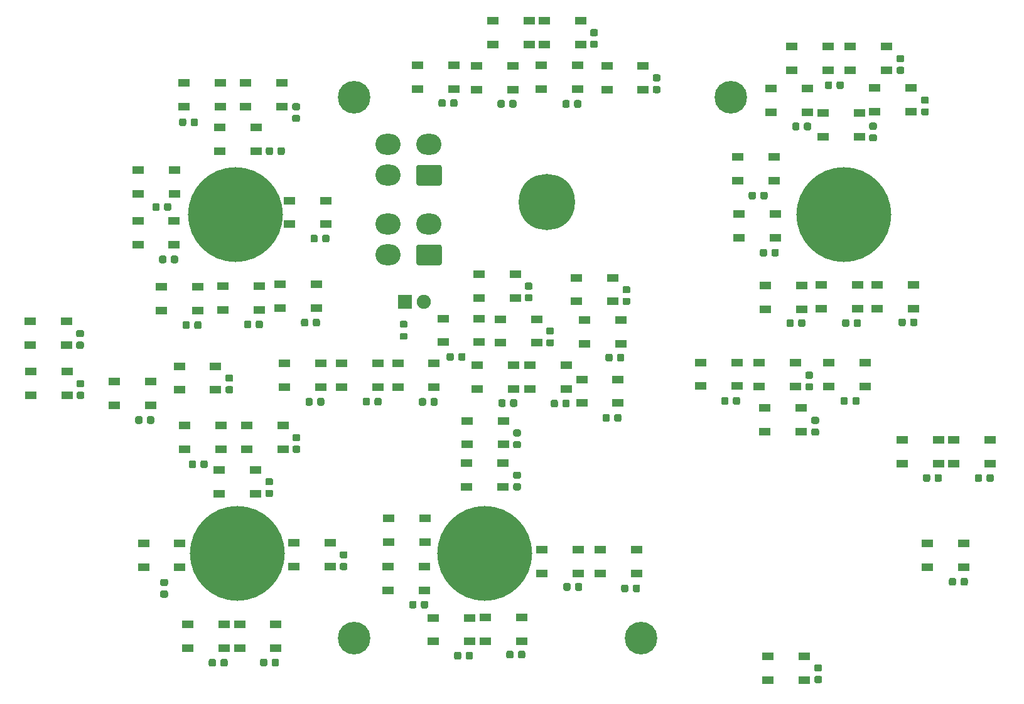
<source format=gbr>
G04 #@! TF.GenerationSoftware,KiCad,Pcbnew,(5.1.6)-1*
G04 #@! TF.CreationDate,2021-02-10T21:53:07+11:00*
G04 #@! TF.ProjectId,ECS Panel PCB V2,45435320-5061-46e6-956c-205043422056,rev?*
G04 #@! TF.SameCoordinates,Original*
G04 #@! TF.FileFunction,Soldermask,Top*
G04 #@! TF.FilePolarity,Negative*
%FSLAX46Y46*%
G04 Gerber Fmt 4.6, Leading zero omitted, Abs format (unit mm)*
G04 Created by KiCad (PCBNEW (5.1.6)-1) date 2021-02-10 21:53:07*
%MOMM*%
%LPD*%
G01*
G04 APERTURE LIST*
%ADD10C,7.600000*%
%ADD11C,4.400000*%
%ADD12C,12.800000*%
%ADD13R,1.600000X1.100000*%
%ADD14O,3.400000X2.800000*%
%ADD15C,1.900000*%
%ADD16R,1.900000X1.900000*%
G04 APERTURE END LIST*
D10*
G04 #@! TO.C,REF\u002A\u002A*
X93275000Y-92850000D03*
X93275000Y-92850000D03*
G04 #@! TD*
D11*
G04 #@! TO.C,REF\u002A\u002A*
X67310000Y-151739600D03*
G04 #@! TD*
G04 #@! TO.C,REF\u002A\u002A*
X106045000Y-151739600D03*
G04 #@! TD*
G04 #@! TO.C,REF\u002A\u002A*
X118110000Y-78714600D03*
G04 #@! TD*
G04 #@! TO.C,REF\u002A\u002A*
X67310000Y-78714600D03*
G04 #@! TD*
D12*
G04 #@! TO.C,REF\u002A\u002A*
X84899499Y-140309600D03*
G04 #@! TD*
G04 #@! TO.C,5*
X51562000Y-140309600D03*
G04 #@! TD*
G04 #@! TO.C,3*
X133350000Y-94589600D03*
X133350000Y-94589600D03*
G04 #@! TD*
G04 #@! TO.C,1*
X51308000Y-94589600D03*
X51308000Y-94589600D03*
G04 #@! TD*
D13*
G04 #@! TO.C,D8*
X49213600Y-82804200D03*
X49213600Y-86004200D03*
X54113600Y-82804200D03*
X54113600Y-86004200D03*
G04 #@! TD*
G04 #@! TO.C,C62*
G36*
G01*
X89018750Y-130812000D02*
X89581250Y-130812000D01*
G75*
G02*
X89825000Y-131055750I0J-243750D01*
G01*
X89825000Y-131543250D01*
G75*
G02*
X89581250Y-131787000I-243750J0D01*
G01*
X89018750Y-131787000D01*
G75*
G02*
X88775000Y-131543250I0J243750D01*
G01*
X88775000Y-131055750D01*
G75*
G02*
X89018750Y-130812000I243750J0D01*
G01*
G37*
G36*
G01*
X89018750Y-129237000D02*
X89581250Y-129237000D01*
G75*
G02*
X89825000Y-129480750I0J-243750D01*
G01*
X89825000Y-129968250D01*
G75*
G02*
X89581250Y-130212000I-243750J0D01*
G01*
X89018750Y-130212000D01*
G75*
G02*
X88775000Y-129968250I0J243750D01*
G01*
X88775000Y-129480750D01*
G75*
G02*
X89018750Y-129237000I243750J0D01*
G01*
G37*
G04 #@! TD*
G04 #@! TO.C,C61*
G36*
G01*
X89018750Y-125112000D02*
X89581250Y-125112000D01*
G75*
G02*
X89825000Y-125355750I0J-243750D01*
G01*
X89825000Y-125843250D01*
G75*
G02*
X89581250Y-126087000I-243750J0D01*
G01*
X89018750Y-126087000D01*
G75*
G02*
X88775000Y-125843250I0J243750D01*
G01*
X88775000Y-125355750D01*
G75*
G02*
X89018750Y-125112000I243750J0D01*
G01*
G37*
G36*
G01*
X89018750Y-123537000D02*
X89581250Y-123537000D01*
G75*
G02*
X89825000Y-123780750I0J-243750D01*
G01*
X89825000Y-124268250D01*
G75*
G02*
X89581250Y-124512000I-243750J0D01*
G01*
X89018750Y-124512000D01*
G75*
G02*
X88775000Y-124268250I0J243750D01*
G01*
X88775000Y-123780750D01*
G75*
G02*
X89018750Y-123537000I243750J0D01*
G01*
G37*
G04 #@! TD*
G04 #@! TO.C,C60*
G36*
G01*
X56212500Y-155281250D02*
X56212500Y-154718750D01*
G75*
G02*
X56456250Y-154475000I243750J0D01*
G01*
X56943750Y-154475000D01*
G75*
G02*
X57187500Y-154718750I0J-243750D01*
G01*
X57187500Y-155281250D01*
G75*
G02*
X56943750Y-155525000I-243750J0D01*
G01*
X56456250Y-155525000D01*
G75*
G02*
X56212500Y-155281250I0J243750D01*
G01*
G37*
G36*
G01*
X54637500Y-155281250D02*
X54637500Y-154718750D01*
G75*
G02*
X54881250Y-154475000I243750J0D01*
G01*
X55368750Y-154475000D01*
G75*
G02*
X55612500Y-154718750I0J-243750D01*
G01*
X55612500Y-155281250D01*
G75*
G02*
X55368750Y-155525000I-243750J0D01*
G01*
X54881250Y-155525000D01*
G75*
G02*
X54637500Y-155281250I0J243750D01*
G01*
G37*
G04 #@! TD*
G04 #@! TO.C,C59*
G36*
G01*
X123612000Y-99981250D02*
X123612000Y-99418750D01*
G75*
G02*
X123855750Y-99175000I243750J0D01*
G01*
X124343250Y-99175000D01*
G75*
G02*
X124587000Y-99418750I0J-243750D01*
G01*
X124587000Y-99981250D01*
G75*
G02*
X124343250Y-100225000I-243750J0D01*
G01*
X123855750Y-100225000D01*
G75*
G02*
X123612000Y-99981250I0J243750D01*
G01*
G37*
G36*
G01*
X122037000Y-99981250D02*
X122037000Y-99418750D01*
G75*
G02*
X122280750Y-99175000I243750J0D01*
G01*
X122768250Y-99175000D01*
G75*
G02*
X123012000Y-99418750I0J-243750D01*
G01*
X123012000Y-99981250D01*
G75*
G02*
X122768250Y-100225000I-243750J0D01*
G01*
X122280750Y-100225000D01*
G75*
G02*
X122037000Y-99981250I0J243750D01*
G01*
G37*
G04 #@! TD*
G04 #@! TO.C,C58*
G36*
G01*
X134712000Y-109481250D02*
X134712000Y-108918750D01*
G75*
G02*
X134955750Y-108675000I243750J0D01*
G01*
X135443250Y-108675000D01*
G75*
G02*
X135687000Y-108918750I0J-243750D01*
G01*
X135687000Y-109481250D01*
G75*
G02*
X135443250Y-109725000I-243750J0D01*
G01*
X134955750Y-109725000D01*
G75*
G02*
X134712000Y-109481250I0J243750D01*
G01*
G37*
G36*
G01*
X133137000Y-109481250D02*
X133137000Y-108918750D01*
G75*
G02*
X133380750Y-108675000I243750J0D01*
G01*
X133868250Y-108675000D01*
G75*
G02*
X134112000Y-108918750I0J-243750D01*
G01*
X134112000Y-109481250D01*
G75*
G02*
X133868250Y-109725000I-243750J0D01*
G01*
X133380750Y-109725000D01*
G75*
G02*
X133137000Y-109481250I0J243750D01*
G01*
G37*
G04 #@! TD*
G04 #@! TO.C,C57*
G36*
G01*
X142312000Y-109381250D02*
X142312000Y-108818750D01*
G75*
G02*
X142555750Y-108575000I243750J0D01*
G01*
X143043250Y-108575000D01*
G75*
G02*
X143287000Y-108818750I0J-243750D01*
G01*
X143287000Y-109381250D01*
G75*
G02*
X143043250Y-109625000I-243750J0D01*
G01*
X142555750Y-109625000D01*
G75*
G02*
X142312000Y-109381250I0J243750D01*
G01*
G37*
G36*
G01*
X140737000Y-109381250D02*
X140737000Y-108818750D01*
G75*
G02*
X140980750Y-108575000I243750J0D01*
G01*
X141468250Y-108575000D01*
G75*
G02*
X141712000Y-108818750I0J-243750D01*
G01*
X141712000Y-109381250D01*
G75*
G02*
X141468250Y-109625000I-243750J0D01*
G01*
X140980750Y-109625000D01*
G75*
G02*
X140737000Y-109381250I0J243750D01*
G01*
G37*
G04 #@! TD*
G04 #@! TO.C,C56*
G36*
G01*
X122112000Y-92281250D02*
X122112000Y-91718750D01*
G75*
G02*
X122355750Y-91475000I243750J0D01*
G01*
X122843250Y-91475000D01*
G75*
G02*
X123087000Y-91718750I0J-243750D01*
G01*
X123087000Y-92281250D01*
G75*
G02*
X122843250Y-92525000I-243750J0D01*
G01*
X122355750Y-92525000D01*
G75*
G02*
X122112000Y-92281250I0J243750D01*
G01*
G37*
G36*
G01*
X120537000Y-92281250D02*
X120537000Y-91718750D01*
G75*
G02*
X120780750Y-91475000I243750J0D01*
G01*
X121268250Y-91475000D01*
G75*
G02*
X121512000Y-91718750I0J-243750D01*
G01*
X121512000Y-92281250D01*
G75*
G02*
X121268250Y-92525000I-243750J0D01*
G01*
X120780750Y-92525000D01*
G75*
G02*
X120537000Y-92281250I0J243750D01*
G01*
G37*
G04 #@! TD*
G04 #@! TO.C,C55*
G36*
G01*
X137018750Y-83712500D02*
X137581250Y-83712500D01*
G75*
G02*
X137825000Y-83956250I0J-243750D01*
G01*
X137825000Y-84443750D01*
G75*
G02*
X137581250Y-84687500I-243750J0D01*
G01*
X137018750Y-84687500D01*
G75*
G02*
X136775000Y-84443750I0J243750D01*
G01*
X136775000Y-83956250D01*
G75*
G02*
X137018750Y-83712500I243750J0D01*
G01*
G37*
G36*
G01*
X137018750Y-82137500D02*
X137581250Y-82137500D01*
G75*
G02*
X137825000Y-82381250I0J-243750D01*
G01*
X137825000Y-82868750D01*
G75*
G02*
X137581250Y-83112500I-243750J0D01*
G01*
X137018750Y-83112500D01*
G75*
G02*
X136775000Y-82868750I0J243750D01*
G01*
X136775000Y-82381250D01*
G75*
G02*
X137018750Y-82137500I243750J0D01*
G01*
G37*
G04 #@! TD*
G04 #@! TO.C,C54*
G36*
G01*
X144018750Y-80212500D02*
X144581250Y-80212500D01*
G75*
G02*
X144825000Y-80456250I0J-243750D01*
G01*
X144825000Y-80943750D01*
G75*
G02*
X144581250Y-81187500I-243750J0D01*
G01*
X144018750Y-81187500D01*
G75*
G02*
X143775000Y-80943750I0J243750D01*
G01*
X143775000Y-80456250D01*
G75*
G02*
X144018750Y-80212500I243750J0D01*
G01*
G37*
G36*
G01*
X144018750Y-78637500D02*
X144581250Y-78637500D01*
G75*
G02*
X144825000Y-78881250I0J-243750D01*
G01*
X144825000Y-79368750D01*
G75*
G02*
X144581250Y-79612500I-243750J0D01*
G01*
X144018750Y-79612500D01*
G75*
G02*
X143775000Y-79368750I0J243750D01*
G01*
X143775000Y-78881250D01*
G75*
G02*
X144018750Y-78637500I243750J0D01*
G01*
G37*
G04 #@! TD*
G04 #@! TO.C,C53*
G36*
G01*
X140718750Y-74612500D02*
X141281250Y-74612500D01*
G75*
G02*
X141525000Y-74856250I0J-243750D01*
G01*
X141525000Y-75343750D01*
G75*
G02*
X141281250Y-75587500I-243750J0D01*
G01*
X140718750Y-75587500D01*
G75*
G02*
X140475000Y-75343750I0J243750D01*
G01*
X140475000Y-74856250D01*
G75*
G02*
X140718750Y-74612500I243750J0D01*
G01*
G37*
G36*
G01*
X140718750Y-73037500D02*
X141281250Y-73037500D01*
G75*
G02*
X141525000Y-73281250I0J-243750D01*
G01*
X141525000Y-73768750D01*
G75*
G02*
X141281250Y-74012500I-243750J0D01*
G01*
X140718750Y-74012500D01*
G75*
G02*
X140475000Y-73768750I0J243750D01*
G01*
X140475000Y-73281250D01*
G75*
G02*
X140718750Y-73037500I243750J0D01*
G01*
G37*
G04 #@! TD*
G04 #@! TO.C,C52*
G36*
G01*
X131788000Y-76818750D02*
X131788000Y-77381250D01*
G75*
G02*
X131544250Y-77625000I-243750J0D01*
G01*
X131056750Y-77625000D01*
G75*
G02*
X130813000Y-77381250I0J243750D01*
G01*
X130813000Y-76818750D01*
G75*
G02*
X131056750Y-76575000I243750J0D01*
G01*
X131544250Y-76575000D01*
G75*
G02*
X131788000Y-76818750I0J-243750D01*
G01*
G37*
G36*
G01*
X133363000Y-76818750D02*
X133363000Y-77381250D01*
G75*
G02*
X133119250Y-77625000I-243750J0D01*
G01*
X132631750Y-77625000D01*
G75*
G02*
X132388000Y-77381250I0J243750D01*
G01*
X132388000Y-76818750D01*
G75*
G02*
X132631750Y-76575000I243750J0D01*
G01*
X133119250Y-76575000D01*
G75*
G02*
X133363000Y-76818750I0J-243750D01*
G01*
G37*
G04 #@! TD*
G04 #@! TO.C,C51*
G36*
G01*
X127212000Y-109481250D02*
X127212000Y-108918750D01*
G75*
G02*
X127455750Y-108675000I243750J0D01*
G01*
X127943250Y-108675000D01*
G75*
G02*
X128187000Y-108918750I0J-243750D01*
G01*
X128187000Y-109481250D01*
G75*
G02*
X127943250Y-109725000I-243750J0D01*
G01*
X127455750Y-109725000D01*
G75*
G02*
X127212000Y-109481250I0J243750D01*
G01*
G37*
G36*
G01*
X125637000Y-109481250D02*
X125637000Y-108918750D01*
G75*
G02*
X125880750Y-108675000I243750J0D01*
G01*
X126368250Y-108675000D01*
G75*
G02*
X126612000Y-108918750I0J-243750D01*
G01*
X126612000Y-109481250D01*
G75*
G02*
X126368250Y-109725000I-243750J0D01*
G01*
X125880750Y-109725000D01*
G75*
G02*
X125637000Y-109481250I0J243750D01*
G01*
G37*
G04 #@! TD*
G04 #@! TO.C,C50*
G36*
G01*
X129618750Y-156812000D02*
X130181250Y-156812000D01*
G75*
G02*
X130425000Y-157055750I0J-243750D01*
G01*
X130425000Y-157543250D01*
G75*
G02*
X130181250Y-157787000I-243750J0D01*
G01*
X129618750Y-157787000D01*
G75*
G02*
X129375000Y-157543250I0J243750D01*
G01*
X129375000Y-157055750D01*
G75*
G02*
X129618750Y-156812000I243750J0D01*
G01*
G37*
G36*
G01*
X129618750Y-155237000D02*
X130181250Y-155237000D01*
G75*
G02*
X130425000Y-155480750I0J-243750D01*
G01*
X130425000Y-155968250D01*
G75*
G02*
X130181250Y-156212000I-243750J0D01*
G01*
X129618750Y-156212000D01*
G75*
G02*
X129375000Y-155968250I0J243750D01*
G01*
X129375000Y-155480750D01*
G75*
G02*
X129618750Y-155237000I243750J0D01*
G01*
G37*
G04 #@! TD*
G04 #@! TO.C,C49*
G36*
G01*
X149112000Y-144381250D02*
X149112000Y-143818750D01*
G75*
G02*
X149355750Y-143575000I243750J0D01*
G01*
X149843250Y-143575000D01*
G75*
G02*
X150087000Y-143818750I0J-243750D01*
G01*
X150087000Y-144381250D01*
G75*
G02*
X149843250Y-144625000I-243750J0D01*
G01*
X149355750Y-144625000D01*
G75*
G02*
X149112000Y-144381250I0J243750D01*
G01*
G37*
G36*
G01*
X147537000Y-144381250D02*
X147537000Y-143818750D01*
G75*
G02*
X147780750Y-143575000I243750J0D01*
G01*
X148268250Y-143575000D01*
G75*
G02*
X148512000Y-143818750I0J-243750D01*
G01*
X148512000Y-144381250D01*
G75*
G02*
X148268250Y-144625000I-243750J0D01*
G01*
X147780750Y-144625000D01*
G75*
G02*
X147537000Y-144381250I0J243750D01*
G01*
G37*
G04 #@! TD*
G04 #@! TO.C,C48*
G36*
G01*
X152612000Y-130381250D02*
X152612000Y-129818750D01*
G75*
G02*
X152855750Y-129575000I243750J0D01*
G01*
X153343250Y-129575000D01*
G75*
G02*
X153587000Y-129818750I0J-243750D01*
G01*
X153587000Y-130381250D01*
G75*
G02*
X153343250Y-130625000I-243750J0D01*
G01*
X152855750Y-130625000D01*
G75*
G02*
X152612000Y-130381250I0J243750D01*
G01*
G37*
G36*
G01*
X151037000Y-130381250D02*
X151037000Y-129818750D01*
G75*
G02*
X151280750Y-129575000I243750J0D01*
G01*
X151768250Y-129575000D01*
G75*
G02*
X152012000Y-129818750I0J-243750D01*
G01*
X152012000Y-130381250D01*
G75*
G02*
X151768250Y-130625000I-243750J0D01*
G01*
X151280750Y-130625000D01*
G75*
G02*
X151037000Y-130381250I0J243750D01*
G01*
G37*
G04 #@! TD*
G04 #@! TO.C,C47*
G36*
G01*
X134512000Y-119981250D02*
X134512000Y-119418750D01*
G75*
G02*
X134755750Y-119175000I243750J0D01*
G01*
X135243250Y-119175000D01*
G75*
G02*
X135487000Y-119418750I0J-243750D01*
G01*
X135487000Y-119981250D01*
G75*
G02*
X135243250Y-120225000I-243750J0D01*
G01*
X134755750Y-120225000D01*
G75*
G02*
X134512000Y-119981250I0J243750D01*
G01*
G37*
G36*
G01*
X132937000Y-119981250D02*
X132937000Y-119418750D01*
G75*
G02*
X133180750Y-119175000I243750J0D01*
G01*
X133668250Y-119175000D01*
G75*
G02*
X133912000Y-119418750I0J-243750D01*
G01*
X133912000Y-119981250D01*
G75*
G02*
X133668250Y-120225000I-243750J0D01*
G01*
X133180750Y-120225000D01*
G75*
G02*
X132937000Y-119981250I0J243750D01*
G01*
G37*
G04 #@! TD*
G04 #@! TO.C,C46*
G36*
G01*
X128418750Y-117312000D02*
X128981250Y-117312000D01*
G75*
G02*
X129225000Y-117555750I0J-243750D01*
G01*
X129225000Y-118043250D01*
G75*
G02*
X128981250Y-118287000I-243750J0D01*
G01*
X128418750Y-118287000D01*
G75*
G02*
X128175000Y-118043250I0J243750D01*
G01*
X128175000Y-117555750D01*
G75*
G02*
X128418750Y-117312000I243750J0D01*
G01*
G37*
G36*
G01*
X128418750Y-115737000D02*
X128981250Y-115737000D01*
G75*
G02*
X129225000Y-115980750I0J-243750D01*
G01*
X129225000Y-116468250D01*
G75*
G02*
X128981250Y-116712000I-243750J0D01*
G01*
X128418750Y-116712000D01*
G75*
G02*
X128175000Y-116468250I0J243750D01*
G01*
X128175000Y-115980750D01*
G75*
G02*
X128418750Y-115737000I243750J0D01*
G01*
G37*
G04 #@! TD*
G04 #@! TO.C,C45*
G36*
G01*
X145612000Y-130381250D02*
X145612000Y-129818750D01*
G75*
G02*
X145855750Y-129575000I243750J0D01*
G01*
X146343250Y-129575000D01*
G75*
G02*
X146587000Y-129818750I0J-243750D01*
G01*
X146587000Y-130381250D01*
G75*
G02*
X146343250Y-130625000I-243750J0D01*
G01*
X145855750Y-130625000D01*
G75*
G02*
X145612000Y-130381250I0J243750D01*
G01*
G37*
G36*
G01*
X144037000Y-130381250D02*
X144037000Y-129818750D01*
G75*
G02*
X144280750Y-129575000I243750J0D01*
G01*
X144768250Y-129575000D01*
G75*
G02*
X145012000Y-129818750I0J-243750D01*
G01*
X145012000Y-130381250D01*
G75*
G02*
X144768250Y-130625000I-243750J0D01*
G01*
X144280750Y-130625000D01*
G75*
G02*
X144037000Y-130381250I0J243750D01*
G01*
G37*
G04 #@! TD*
G04 #@! TO.C,C44*
G36*
G01*
X129218750Y-123412000D02*
X129781250Y-123412000D01*
G75*
G02*
X130025000Y-123655750I0J-243750D01*
G01*
X130025000Y-124143250D01*
G75*
G02*
X129781250Y-124387000I-243750J0D01*
G01*
X129218750Y-124387000D01*
G75*
G02*
X128975000Y-124143250I0J243750D01*
G01*
X128975000Y-123655750D01*
G75*
G02*
X129218750Y-123412000I243750J0D01*
G01*
G37*
G36*
G01*
X129218750Y-121837000D02*
X129781250Y-121837000D01*
G75*
G02*
X130025000Y-122080750I0J-243750D01*
G01*
X130025000Y-122568250D01*
G75*
G02*
X129781250Y-122812000I-243750J0D01*
G01*
X129218750Y-122812000D01*
G75*
G02*
X128975000Y-122568250I0J243750D01*
G01*
X128975000Y-122080750D01*
G75*
G02*
X129218750Y-121837000I243750J0D01*
G01*
G37*
G04 #@! TD*
G04 #@! TO.C,C43*
G36*
G01*
X118412000Y-119981250D02*
X118412000Y-119418750D01*
G75*
G02*
X118655750Y-119175000I243750J0D01*
G01*
X119143250Y-119175000D01*
G75*
G02*
X119387000Y-119418750I0J-243750D01*
G01*
X119387000Y-119981250D01*
G75*
G02*
X119143250Y-120225000I-243750J0D01*
G01*
X118655750Y-120225000D01*
G75*
G02*
X118412000Y-119981250I0J243750D01*
G01*
G37*
G36*
G01*
X116837000Y-119981250D02*
X116837000Y-119418750D01*
G75*
G02*
X117080750Y-119175000I243750J0D01*
G01*
X117568250Y-119175000D01*
G75*
G02*
X117812000Y-119418750I0J-243750D01*
G01*
X117812000Y-119981250D01*
G75*
G02*
X117568250Y-120225000I-243750J0D01*
G01*
X117080750Y-120225000D01*
G75*
G02*
X116837000Y-119981250I0J243750D01*
G01*
G37*
G04 #@! TD*
G04 #@! TO.C,C42*
G36*
G01*
X104912000Y-145281250D02*
X104912000Y-144718750D01*
G75*
G02*
X105155750Y-144475000I243750J0D01*
G01*
X105643250Y-144475000D01*
G75*
G02*
X105887000Y-144718750I0J-243750D01*
G01*
X105887000Y-145281250D01*
G75*
G02*
X105643250Y-145525000I-243750J0D01*
G01*
X105155750Y-145525000D01*
G75*
G02*
X104912000Y-145281250I0J243750D01*
G01*
G37*
G36*
G01*
X103337000Y-145281250D02*
X103337000Y-144718750D01*
G75*
G02*
X103580750Y-144475000I243750J0D01*
G01*
X104068250Y-144475000D01*
G75*
G02*
X104312000Y-144718750I0J-243750D01*
G01*
X104312000Y-145281250D01*
G75*
G02*
X104068250Y-145525000I-243750J0D01*
G01*
X103580750Y-145525000D01*
G75*
G02*
X103337000Y-145281250I0J243750D01*
G01*
G37*
G04 #@! TD*
G04 #@! TO.C,C41*
G36*
G01*
X97112500Y-145081250D02*
X97112500Y-144518750D01*
G75*
G02*
X97356250Y-144275000I243750J0D01*
G01*
X97843750Y-144275000D01*
G75*
G02*
X98087500Y-144518750I0J-243750D01*
G01*
X98087500Y-145081250D01*
G75*
G02*
X97843750Y-145325000I-243750J0D01*
G01*
X97356250Y-145325000D01*
G75*
G02*
X97112500Y-145081250I0J243750D01*
G01*
G37*
G36*
G01*
X95537500Y-145081250D02*
X95537500Y-144518750D01*
G75*
G02*
X95781250Y-144275000I243750J0D01*
G01*
X96268750Y-144275000D01*
G75*
G02*
X96512500Y-144518750I0J-243750D01*
G01*
X96512500Y-145081250D01*
G75*
G02*
X96268750Y-145325000I-243750J0D01*
G01*
X95781250Y-145325000D01*
G75*
G02*
X95537500Y-145081250I0J243750D01*
G01*
G37*
G04 #@! TD*
G04 #@! TO.C,C40*
G36*
G01*
X82382500Y-154361250D02*
X82382500Y-153798750D01*
G75*
G02*
X82626250Y-153555000I243750J0D01*
G01*
X83113750Y-153555000D01*
G75*
G02*
X83357500Y-153798750I0J-243750D01*
G01*
X83357500Y-154361250D01*
G75*
G02*
X83113750Y-154605000I-243750J0D01*
G01*
X82626250Y-154605000D01*
G75*
G02*
X82382500Y-154361250I0J243750D01*
G01*
G37*
G36*
G01*
X80807500Y-154361250D02*
X80807500Y-153798750D01*
G75*
G02*
X81051250Y-153555000I243750J0D01*
G01*
X81538750Y-153555000D01*
G75*
G02*
X81782500Y-153798750I0J-243750D01*
G01*
X81782500Y-154361250D01*
G75*
G02*
X81538750Y-154605000I-243750J0D01*
G01*
X81051250Y-154605000D01*
G75*
G02*
X80807500Y-154361250I0J243750D01*
G01*
G37*
G04 #@! TD*
G04 #@! TO.C,C39*
G36*
G01*
X89428500Y-154205250D02*
X89428500Y-153642750D01*
G75*
G02*
X89672250Y-153399000I243750J0D01*
G01*
X90159750Y-153399000D01*
G75*
G02*
X90403500Y-153642750I0J-243750D01*
G01*
X90403500Y-154205250D01*
G75*
G02*
X90159750Y-154449000I-243750J0D01*
G01*
X89672250Y-154449000D01*
G75*
G02*
X89428500Y-154205250I0J243750D01*
G01*
G37*
G36*
G01*
X87853500Y-154205250D02*
X87853500Y-153642750D01*
G75*
G02*
X88097250Y-153399000I243750J0D01*
G01*
X88584750Y-153399000D01*
G75*
G02*
X88828500Y-153642750I0J-243750D01*
G01*
X88828500Y-154205250D01*
G75*
G02*
X88584750Y-154449000I-243750J0D01*
G01*
X88097250Y-154449000D01*
G75*
G02*
X87853500Y-154205250I0J243750D01*
G01*
G37*
G04 #@! TD*
G04 #@! TO.C,C38*
G36*
G01*
X41981250Y-144687500D02*
X41418750Y-144687500D01*
G75*
G02*
X41175000Y-144443750I0J243750D01*
G01*
X41175000Y-143956250D01*
G75*
G02*
X41418750Y-143712500I243750J0D01*
G01*
X41981250Y-143712500D01*
G75*
G02*
X42225000Y-143956250I0J-243750D01*
G01*
X42225000Y-144443750D01*
G75*
G02*
X41981250Y-144687500I-243750J0D01*
G01*
G37*
G36*
G01*
X41981250Y-146262500D02*
X41418750Y-146262500D01*
G75*
G02*
X41175000Y-146018750I0J243750D01*
G01*
X41175000Y-145531250D01*
G75*
G02*
X41418750Y-145287500I243750J0D01*
G01*
X41981250Y-145287500D01*
G75*
G02*
X42225000Y-145531250I0J-243750D01*
G01*
X42225000Y-146018750D01*
G75*
G02*
X41981250Y-146262500I-243750J0D01*
G01*
G37*
G04 #@! TD*
G04 #@! TO.C,C37*
G36*
G01*
X49292500Y-155311250D02*
X49292500Y-154748750D01*
G75*
G02*
X49536250Y-154505000I243750J0D01*
G01*
X50023750Y-154505000D01*
G75*
G02*
X50267500Y-154748750I0J-243750D01*
G01*
X50267500Y-155311250D01*
G75*
G02*
X50023750Y-155555000I-243750J0D01*
G01*
X49536250Y-155555000D01*
G75*
G02*
X49292500Y-155311250I0J243750D01*
G01*
G37*
G36*
G01*
X47717500Y-155311250D02*
X47717500Y-154748750D01*
G75*
G02*
X47961250Y-154505000I243750J0D01*
G01*
X48448750Y-154505000D01*
G75*
G02*
X48692500Y-154748750I0J-243750D01*
G01*
X48692500Y-155311250D01*
G75*
G02*
X48448750Y-155555000I-243750J0D01*
G01*
X47961250Y-155555000D01*
G75*
G02*
X47717500Y-155311250I0J243750D01*
G01*
G37*
G04 #@! TD*
G04 #@! TO.C,C36*
G36*
G01*
X76332500Y-147481250D02*
X76332500Y-146918750D01*
G75*
G02*
X76576250Y-146675000I243750J0D01*
G01*
X77063750Y-146675000D01*
G75*
G02*
X77307500Y-146918750I0J-243750D01*
G01*
X77307500Y-147481250D01*
G75*
G02*
X77063750Y-147725000I-243750J0D01*
G01*
X76576250Y-147725000D01*
G75*
G02*
X76332500Y-147481250I0J243750D01*
G01*
G37*
G36*
G01*
X74757500Y-147481250D02*
X74757500Y-146918750D01*
G75*
G02*
X75001250Y-146675000I243750J0D01*
G01*
X75488750Y-146675000D01*
G75*
G02*
X75732500Y-146918750I0J-243750D01*
G01*
X75732500Y-147481250D01*
G75*
G02*
X75488750Y-147725000I-243750J0D01*
G01*
X75001250Y-147725000D01*
G75*
G02*
X74757500Y-147481250I0J243750D01*
G01*
G37*
G04 #@! TD*
G04 #@! TO.C,C35*
G36*
G01*
X65628750Y-141562000D02*
X66191250Y-141562000D01*
G75*
G02*
X66435000Y-141805750I0J-243750D01*
G01*
X66435000Y-142293250D01*
G75*
G02*
X66191250Y-142537000I-243750J0D01*
G01*
X65628750Y-142537000D01*
G75*
G02*
X65385000Y-142293250I0J243750D01*
G01*
X65385000Y-141805750D01*
G75*
G02*
X65628750Y-141562000I243750J0D01*
G01*
G37*
G36*
G01*
X65628750Y-139987000D02*
X66191250Y-139987000D01*
G75*
G02*
X66435000Y-140230750I0J-243750D01*
G01*
X66435000Y-140718250D01*
G75*
G02*
X66191250Y-140962000I-243750J0D01*
G01*
X65628750Y-140962000D01*
G75*
G02*
X65385000Y-140718250I0J243750D01*
G01*
X65385000Y-140230750D01*
G75*
G02*
X65628750Y-139987000I243750J0D01*
G01*
G37*
G04 #@! TD*
G04 #@! TO.C,C34*
G36*
G01*
X55598750Y-131692000D02*
X56161250Y-131692000D01*
G75*
G02*
X56405000Y-131935750I0J-243750D01*
G01*
X56405000Y-132423250D01*
G75*
G02*
X56161250Y-132667000I-243750J0D01*
G01*
X55598750Y-132667000D01*
G75*
G02*
X55355000Y-132423250I0J243750D01*
G01*
X55355000Y-131935750D01*
G75*
G02*
X55598750Y-131692000I243750J0D01*
G01*
G37*
G36*
G01*
X55598750Y-130117000D02*
X56161250Y-130117000D01*
G75*
G02*
X56405000Y-130360750I0J-243750D01*
G01*
X56405000Y-130848250D01*
G75*
G02*
X56161250Y-131092000I-243750J0D01*
G01*
X55598750Y-131092000D01*
G75*
G02*
X55355000Y-130848250I0J243750D01*
G01*
X55355000Y-130360750D01*
G75*
G02*
X55598750Y-130117000I243750J0D01*
G01*
G37*
G04 #@! TD*
G04 #@! TO.C,C33*
G36*
G01*
X59258750Y-125732000D02*
X59821250Y-125732000D01*
G75*
G02*
X60065000Y-125975750I0J-243750D01*
G01*
X60065000Y-126463250D01*
G75*
G02*
X59821250Y-126707000I-243750J0D01*
G01*
X59258750Y-126707000D01*
G75*
G02*
X59015000Y-126463250I0J243750D01*
G01*
X59015000Y-125975750D01*
G75*
G02*
X59258750Y-125732000I243750J0D01*
G01*
G37*
G36*
G01*
X59258750Y-124157000D02*
X59821250Y-124157000D01*
G75*
G02*
X60065000Y-124400750I0J-243750D01*
G01*
X60065000Y-124888250D01*
G75*
G02*
X59821250Y-125132000I-243750J0D01*
G01*
X59258750Y-125132000D01*
G75*
G02*
X59015000Y-124888250I0J243750D01*
G01*
X59015000Y-124400750D01*
G75*
G02*
X59258750Y-124157000I243750J0D01*
G01*
G37*
G04 #@! TD*
G04 #@! TO.C,C32*
G36*
G01*
X46602500Y-128531250D02*
X46602500Y-127968750D01*
G75*
G02*
X46846250Y-127725000I243750J0D01*
G01*
X47333750Y-127725000D01*
G75*
G02*
X47577500Y-127968750I0J-243750D01*
G01*
X47577500Y-128531250D01*
G75*
G02*
X47333750Y-128775000I-243750J0D01*
G01*
X46846250Y-128775000D01*
G75*
G02*
X46602500Y-128531250I0J243750D01*
G01*
G37*
G36*
G01*
X45027500Y-128531250D02*
X45027500Y-127968750D01*
G75*
G02*
X45271250Y-127725000I243750J0D01*
G01*
X45758750Y-127725000D01*
G75*
G02*
X46002500Y-127968750I0J-243750D01*
G01*
X46002500Y-128531250D01*
G75*
G02*
X45758750Y-128775000I-243750J0D01*
G01*
X45271250Y-128775000D01*
G75*
G02*
X45027500Y-128531250I0J243750D01*
G01*
G37*
G04 #@! TD*
D14*
G04 #@! TO.C,J2*
X71936000Y-95800000D03*
X71936000Y-100000000D03*
X77436000Y-95800000D03*
G36*
G01*
X78876740Y-101400000D02*
X75995260Y-101400000D01*
G75*
G02*
X75736000Y-101140740I0J259260D01*
G01*
X75736000Y-98859260D01*
G75*
G02*
X75995260Y-98600000I259260J0D01*
G01*
X78876740Y-98600000D01*
G75*
G02*
X79136000Y-98859260I0J-259260D01*
G01*
X79136000Y-101140740D01*
G75*
G02*
X78876740Y-101400000I-259260J0D01*
G01*
G37*
G04 #@! TD*
G04 #@! TO.C,J1*
X71936000Y-85048600D03*
X71936000Y-89248600D03*
X77436000Y-85048600D03*
G36*
G01*
X78876740Y-90648600D02*
X75995260Y-90648600D01*
G75*
G02*
X75736000Y-90389340I0J259260D01*
G01*
X75736000Y-88107860D01*
G75*
G02*
X75995260Y-87848600I259260J0D01*
G01*
X78876740Y-87848600D01*
G75*
G02*
X79136000Y-88107860I0J-259260D01*
G01*
X79136000Y-90389340D01*
G75*
G02*
X78876740Y-90648600I-259260J0D01*
G01*
G37*
G04 #@! TD*
G04 #@! TO.C,C31*
G36*
G01*
X127988000Y-82951250D02*
X127988000Y-82388750D01*
G75*
G02*
X128231750Y-82145000I243750J0D01*
G01*
X128719250Y-82145000D01*
G75*
G02*
X128963000Y-82388750I0J-243750D01*
G01*
X128963000Y-82951250D01*
G75*
G02*
X128719250Y-83195000I-243750J0D01*
G01*
X128231750Y-83195000D01*
G75*
G02*
X127988000Y-82951250I0J243750D01*
G01*
G37*
G36*
G01*
X126413000Y-82951250D02*
X126413000Y-82388750D01*
G75*
G02*
X126656750Y-82145000I243750J0D01*
G01*
X127144250Y-82145000D01*
G75*
G02*
X127388000Y-82388750I0J-243750D01*
G01*
X127388000Y-82951250D01*
G75*
G02*
X127144250Y-83195000I-243750J0D01*
G01*
X126656750Y-83195000D01*
G75*
G02*
X126413000Y-82951250I0J243750D01*
G01*
G37*
G04 #@! TD*
G04 #@! TO.C,C30*
G36*
G01*
X107838750Y-77202500D02*
X108401250Y-77202500D01*
G75*
G02*
X108645000Y-77446250I0J-243750D01*
G01*
X108645000Y-77933750D01*
G75*
G02*
X108401250Y-78177500I-243750J0D01*
G01*
X107838750Y-78177500D01*
G75*
G02*
X107595000Y-77933750I0J243750D01*
G01*
X107595000Y-77446250D01*
G75*
G02*
X107838750Y-77202500I243750J0D01*
G01*
G37*
G36*
G01*
X107838750Y-75627500D02*
X108401250Y-75627500D01*
G75*
G02*
X108645000Y-75871250I0J-243750D01*
G01*
X108645000Y-76358750D01*
G75*
G02*
X108401250Y-76602500I-243750J0D01*
G01*
X107838750Y-76602500D01*
G75*
G02*
X107595000Y-76358750I0J243750D01*
G01*
X107595000Y-75871250D01*
G75*
G02*
X107838750Y-75627500I243750J0D01*
G01*
G37*
G04 #@! TD*
G04 #@! TO.C,C29*
G36*
G01*
X99388750Y-71102500D02*
X99951250Y-71102500D01*
G75*
G02*
X100195000Y-71346250I0J-243750D01*
G01*
X100195000Y-71833750D01*
G75*
G02*
X99951250Y-72077500I-243750J0D01*
G01*
X99388750Y-72077500D01*
G75*
G02*
X99145000Y-71833750I0J243750D01*
G01*
X99145000Y-71346250D01*
G75*
G02*
X99388750Y-71102500I243750J0D01*
G01*
G37*
G36*
G01*
X99388750Y-69527500D02*
X99951250Y-69527500D01*
G75*
G02*
X100195000Y-69771250I0J-243750D01*
G01*
X100195000Y-70258750D01*
G75*
G02*
X99951250Y-70502500I-243750J0D01*
G01*
X99388750Y-70502500D01*
G75*
G02*
X99145000Y-70258750I0J243750D01*
G01*
X99145000Y-69771250D01*
G75*
G02*
X99388750Y-69527500I243750J0D01*
G01*
G37*
G04 #@! TD*
G04 #@! TO.C,C28*
G36*
G01*
X96992500Y-79911250D02*
X96992500Y-79348750D01*
G75*
G02*
X97236250Y-79105000I243750J0D01*
G01*
X97723750Y-79105000D01*
G75*
G02*
X97967500Y-79348750I0J-243750D01*
G01*
X97967500Y-79911250D01*
G75*
G02*
X97723750Y-80155000I-243750J0D01*
G01*
X97236250Y-80155000D01*
G75*
G02*
X96992500Y-79911250I0J243750D01*
G01*
G37*
G36*
G01*
X95417500Y-79911250D02*
X95417500Y-79348750D01*
G75*
G02*
X95661250Y-79105000I243750J0D01*
G01*
X96148750Y-79105000D01*
G75*
G02*
X96392500Y-79348750I0J-243750D01*
G01*
X96392500Y-79911250D01*
G75*
G02*
X96148750Y-80155000I-243750J0D01*
G01*
X95661250Y-80155000D01*
G75*
G02*
X95417500Y-79911250I0J243750D01*
G01*
G37*
G04 #@! TD*
G04 #@! TO.C,C27*
G36*
G01*
X88242500Y-79891250D02*
X88242500Y-79328750D01*
G75*
G02*
X88486250Y-79085000I243750J0D01*
G01*
X88973750Y-79085000D01*
G75*
G02*
X89217500Y-79328750I0J-243750D01*
G01*
X89217500Y-79891250D01*
G75*
G02*
X88973750Y-80135000I-243750J0D01*
G01*
X88486250Y-80135000D01*
G75*
G02*
X88242500Y-79891250I0J243750D01*
G01*
G37*
G36*
G01*
X86667500Y-79891250D02*
X86667500Y-79328750D01*
G75*
G02*
X86911250Y-79085000I243750J0D01*
G01*
X87398750Y-79085000D01*
G75*
G02*
X87642500Y-79328750I0J-243750D01*
G01*
X87642500Y-79891250D01*
G75*
G02*
X87398750Y-80135000I-243750J0D01*
G01*
X86911250Y-80135000D01*
G75*
G02*
X86667500Y-79891250I0J243750D01*
G01*
G37*
G04 #@! TD*
G04 #@! TO.C,C26*
G36*
G01*
X80282500Y-79781250D02*
X80282500Y-79218750D01*
G75*
G02*
X80526250Y-78975000I243750J0D01*
G01*
X81013750Y-78975000D01*
G75*
G02*
X81257500Y-79218750I0J-243750D01*
G01*
X81257500Y-79781250D01*
G75*
G02*
X81013750Y-80025000I-243750J0D01*
G01*
X80526250Y-80025000D01*
G75*
G02*
X80282500Y-79781250I0J243750D01*
G01*
G37*
G36*
G01*
X78707500Y-79781250D02*
X78707500Y-79218750D01*
G75*
G02*
X78951250Y-78975000I243750J0D01*
G01*
X79438750Y-78975000D01*
G75*
G02*
X79682500Y-79218750I0J-243750D01*
G01*
X79682500Y-79781250D01*
G75*
G02*
X79438750Y-80025000I-243750J0D01*
G01*
X78951250Y-80025000D01*
G75*
G02*
X78707500Y-79781250I0J243750D01*
G01*
G37*
G04 #@! TD*
G04 #@! TO.C,C25*
G36*
G01*
X81372500Y-114041250D02*
X81372500Y-113478750D01*
G75*
G02*
X81616250Y-113235000I243750J0D01*
G01*
X82103750Y-113235000D01*
G75*
G02*
X82347500Y-113478750I0J-243750D01*
G01*
X82347500Y-114041250D01*
G75*
G02*
X82103750Y-114285000I-243750J0D01*
G01*
X81616250Y-114285000D01*
G75*
G02*
X81372500Y-114041250I0J243750D01*
G01*
G37*
G36*
G01*
X79797500Y-114041250D02*
X79797500Y-113478750D01*
G75*
G02*
X80041250Y-113235000I243750J0D01*
G01*
X80528750Y-113235000D01*
G75*
G02*
X80772500Y-113478750I0J-243750D01*
G01*
X80772500Y-114041250D01*
G75*
G02*
X80528750Y-114285000I-243750J0D01*
G01*
X80041250Y-114285000D01*
G75*
G02*
X79797500Y-114041250I0J243750D01*
G01*
G37*
G04 #@! TD*
G04 #@! TO.C,C24*
G36*
G01*
X93468750Y-111368000D02*
X94031250Y-111368000D01*
G75*
G02*
X94275000Y-111611750I0J-243750D01*
G01*
X94275000Y-112099250D01*
G75*
G02*
X94031250Y-112343000I-243750J0D01*
G01*
X93468750Y-112343000D01*
G75*
G02*
X93225000Y-112099250I0J243750D01*
G01*
X93225000Y-111611750D01*
G75*
G02*
X93468750Y-111368000I243750J0D01*
G01*
G37*
G36*
G01*
X93468750Y-109793000D02*
X94031250Y-109793000D01*
G75*
G02*
X94275000Y-110036750I0J-243750D01*
G01*
X94275000Y-110524250D01*
G75*
G02*
X94031250Y-110768000I-243750J0D01*
G01*
X93468750Y-110768000D01*
G75*
G02*
X93225000Y-110524250I0J243750D01*
G01*
X93225000Y-110036750D01*
G75*
G02*
X93468750Y-109793000I243750J0D01*
G01*
G37*
G04 #@! TD*
G04 #@! TO.C,C23*
G36*
G01*
X90578750Y-105302000D02*
X91141250Y-105302000D01*
G75*
G02*
X91385000Y-105545750I0J-243750D01*
G01*
X91385000Y-106033250D01*
G75*
G02*
X91141250Y-106277000I-243750J0D01*
G01*
X90578750Y-106277000D01*
G75*
G02*
X90335000Y-106033250I0J243750D01*
G01*
X90335000Y-105545750D01*
G75*
G02*
X90578750Y-105302000I243750J0D01*
G01*
G37*
G36*
G01*
X90578750Y-103727000D02*
X91141250Y-103727000D01*
G75*
G02*
X91385000Y-103970750I0J-243750D01*
G01*
X91385000Y-104458250D01*
G75*
G02*
X91141250Y-104702000I-243750J0D01*
G01*
X90578750Y-104702000D01*
G75*
G02*
X90335000Y-104458250I0J243750D01*
G01*
X90335000Y-103970750D01*
G75*
G02*
X90578750Y-103727000I243750J0D01*
G01*
G37*
G04 #@! TD*
G04 #@! TO.C,C22*
G36*
G01*
X103768750Y-105782000D02*
X104331250Y-105782000D01*
G75*
G02*
X104575000Y-106025750I0J-243750D01*
G01*
X104575000Y-106513250D01*
G75*
G02*
X104331250Y-106757000I-243750J0D01*
G01*
X103768750Y-106757000D01*
G75*
G02*
X103525000Y-106513250I0J243750D01*
G01*
X103525000Y-106025750D01*
G75*
G02*
X103768750Y-105782000I243750J0D01*
G01*
G37*
G36*
G01*
X103768750Y-104207000D02*
X104331250Y-104207000D01*
G75*
G02*
X104575000Y-104450750I0J-243750D01*
G01*
X104575000Y-104938250D01*
G75*
G02*
X104331250Y-105182000I-243750J0D01*
G01*
X103768750Y-105182000D01*
G75*
G02*
X103525000Y-104938250I0J243750D01*
G01*
X103525000Y-104450750D01*
G75*
G02*
X103768750Y-104207000I243750J0D01*
G01*
G37*
G04 #@! TD*
G04 #@! TO.C,C21*
G36*
G01*
X102410000Y-122271250D02*
X102410000Y-121708750D01*
G75*
G02*
X102653750Y-121465000I243750J0D01*
G01*
X103141250Y-121465000D01*
G75*
G02*
X103385000Y-121708750I0J-243750D01*
G01*
X103385000Y-122271250D01*
G75*
G02*
X103141250Y-122515000I-243750J0D01*
G01*
X102653750Y-122515000D01*
G75*
G02*
X102410000Y-122271250I0J243750D01*
G01*
G37*
G36*
G01*
X100835000Y-122271250D02*
X100835000Y-121708750D01*
G75*
G02*
X101078750Y-121465000I243750J0D01*
G01*
X101566250Y-121465000D01*
G75*
G02*
X101810000Y-121708750I0J-243750D01*
G01*
X101810000Y-122271250D01*
G75*
G02*
X101566250Y-122515000I-243750J0D01*
G01*
X101078750Y-122515000D01*
G75*
G02*
X100835000Y-122271250I0J243750D01*
G01*
G37*
G04 #@! TD*
G04 #@! TO.C,C20*
G36*
G01*
X102792000Y-114141250D02*
X102792000Y-113578750D01*
G75*
G02*
X103035750Y-113335000I243750J0D01*
G01*
X103523250Y-113335000D01*
G75*
G02*
X103767000Y-113578750I0J-243750D01*
G01*
X103767000Y-114141250D01*
G75*
G02*
X103523250Y-114385000I-243750J0D01*
G01*
X103035750Y-114385000D01*
G75*
G02*
X102792000Y-114141250I0J243750D01*
G01*
G37*
G36*
G01*
X101217000Y-114141250D02*
X101217000Y-113578750D01*
G75*
G02*
X101460750Y-113335000I243750J0D01*
G01*
X101948250Y-113335000D01*
G75*
G02*
X102192000Y-113578750I0J-243750D01*
G01*
X102192000Y-114141250D01*
G75*
G02*
X101948250Y-114385000I-243750J0D01*
G01*
X101460750Y-114385000D01*
G75*
G02*
X101217000Y-114141250I0J243750D01*
G01*
G37*
G04 #@! TD*
G04 #@! TO.C,C19*
G36*
G01*
X95410000Y-120341250D02*
X95410000Y-119778750D01*
G75*
G02*
X95653750Y-119535000I243750J0D01*
G01*
X96141250Y-119535000D01*
G75*
G02*
X96385000Y-119778750I0J-243750D01*
G01*
X96385000Y-120341250D01*
G75*
G02*
X96141250Y-120585000I-243750J0D01*
G01*
X95653750Y-120585000D01*
G75*
G02*
X95410000Y-120341250I0J243750D01*
G01*
G37*
G36*
G01*
X93835000Y-120341250D02*
X93835000Y-119778750D01*
G75*
G02*
X94078750Y-119535000I243750J0D01*
G01*
X94566250Y-119535000D01*
G75*
G02*
X94810000Y-119778750I0J-243750D01*
G01*
X94810000Y-120341250D01*
G75*
G02*
X94566250Y-120585000I-243750J0D01*
G01*
X94078750Y-120585000D01*
G75*
G02*
X93835000Y-120341250I0J243750D01*
G01*
G37*
G04 #@! TD*
G04 #@! TO.C,C18*
G36*
G01*
X88352500Y-120271250D02*
X88352500Y-119708750D01*
G75*
G02*
X88596250Y-119465000I243750J0D01*
G01*
X89083750Y-119465000D01*
G75*
G02*
X89327500Y-119708750I0J-243750D01*
G01*
X89327500Y-120271250D01*
G75*
G02*
X89083750Y-120515000I-243750J0D01*
G01*
X88596250Y-120515000D01*
G75*
G02*
X88352500Y-120271250I0J243750D01*
G01*
G37*
G36*
G01*
X86777500Y-120271250D02*
X86777500Y-119708750D01*
G75*
G02*
X87021250Y-119465000I243750J0D01*
G01*
X87508750Y-119465000D01*
G75*
G02*
X87752500Y-119708750I0J-243750D01*
G01*
X87752500Y-120271250D01*
G75*
G02*
X87508750Y-120515000I-243750J0D01*
G01*
X87021250Y-120515000D01*
G75*
G02*
X86777500Y-120271250I0J243750D01*
G01*
G37*
G04 #@! TD*
G04 #@! TO.C,C17*
G36*
G01*
X77622500Y-120121250D02*
X77622500Y-119558750D01*
G75*
G02*
X77866250Y-119315000I243750J0D01*
G01*
X78353750Y-119315000D01*
G75*
G02*
X78597500Y-119558750I0J-243750D01*
G01*
X78597500Y-120121250D01*
G75*
G02*
X78353750Y-120365000I-243750J0D01*
G01*
X77866250Y-120365000D01*
G75*
G02*
X77622500Y-120121250I0J243750D01*
G01*
G37*
G36*
G01*
X76047500Y-120121250D02*
X76047500Y-119558750D01*
G75*
G02*
X76291250Y-119315000I243750J0D01*
G01*
X76778750Y-119315000D01*
G75*
G02*
X77022500Y-119558750I0J-243750D01*
G01*
X77022500Y-120121250D01*
G75*
G02*
X76778750Y-120365000I-243750J0D01*
G01*
X76291250Y-120365000D01*
G75*
G02*
X76047500Y-120121250I0J243750D01*
G01*
G37*
G04 #@! TD*
G04 #@! TO.C,C16*
G36*
G01*
X70062500Y-120091250D02*
X70062500Y-119528750D01*
G75*
G02*
X70306250Y-119285000I243750J0D01*
G01*
X70793750Y-119285000D01*
G75*
G02*
X71037500Y-119528750I0J-243750D01*
G01*
X71037500Y-120091250D01*
G75*
G02*
X70793750Y-120335000I-243750J0D01*
G01*
X70306250Y-120335000D01*
G75*
G02*
X70062500Y-120091250I0J243750D01*
G01*
G37*
G36*
G01*
X68487500Y-120091250D02*
X68487500Y-119528750D01*
G75*
G02*
X68731250Y-119285000I243750J0D01*
G01*
X69218750Y-119285000D01*
G75*
G02*
X69462500Y-119528750I0J-243750D01*
G01*
X69462500Y-120091250D01*
G75*
G02*
X69218750Y-120335000I-243750J0D01*
G01*
X68731250Y-120335000D01*
G75*
G02*
X68487500Y-120091250I0J243750D01*
G01*
G37*
G04 #@! TD*
G04 #@! TO.C,C15*
G36*
G01*
X62342500Y-120101250D02*
X62342500Y-119538750D01*
G75*
G02*
X62586250Y-119295000I243750J0D01*
G01*
X63073750Y-119295000D01*
G75*
G02*
X63317500Y-119538750I0J-243750D01*
G01*
X63317500Y-120101250D01*
G75*
G02*
X63073750Y-120345000I-243750J0D01*
G01*
X62586250Y-120345000D01*
G75*
G02*
X62342500Y-120101250I0J243750D01*
G01*
G37*
G36*
G01*
X60767500Y-120101250D02*
X60767500Y-119538750D01*
G75*
G02*
X61011250Y-119295000I243750J0D01*
G01*
X61498750Y-119295000D01*
G75*
G02*
X61742500Y-119538750I0J-243750D01*
G01*
X61742500Y-120101250D01*
G75*
G02*
X61498750Y-120345000I-243750J0D01*
G01*
X61011250Y-120345000D01*
G75*
G02*
X60767500Y-120101250I0J243750D01*
G01*
G37*
G04 #@! TD*
G04 #@! TO.C,C14*
G36*
G01*
X50208750Y-117712000D02*
X50771250Y-117712000D01*
G75*
G02*
X51015000Y-117955750I0J-243750D01*
G01*
X51015000Y-118443250D01*
G75*
G02*
X50771250Y-118687000I-243750J0D01*
G01*
X50208750Y-118687000D01*
G75*
G02*
X49965000Y-118443250I0J243750D01*
G01*
X49965000Y-117955750D01*
G75*
G02*
X50208750Y-117712000I243750J0D01*
G01*
G37*
G36*
G01*
X50208750Y-116137000D02*
X50771250Y-116137000D01*
G75*
G02*
X51015000Y-116380750I0J-243750D01*
G01*
X51015000Y-116868250D01*
G75*
G02*
X50771250Y-117112000I-243750J0D01*
G01*
X50208750Y-117112000D01*
G75*
G02*
X49965000Y-116868250I0J243750D01*
G01*
X49965000Y-116380750D01*
G75*
G02*
X50208750Y-116137000I243750J0D01*
G01*
G37*
G04 #@! TD*
G04 #@! TO.C,C13*
G36*
G01*
X39392500Y-122561250D02*
X39392500Y-121998750D01*
G75*
G02*
X39636250Y-121755000I243750J0D01*
G01*
X40123750Y-121755000D01*
G75*
G02*
X40367500Y-121998750I0J-243750D01*
G01*
X40367500Y-122561250D01*
G75*
G02*
X40123750Y-122805000I-243750J0D01*
G01*
X39636250Y-122805000D01*
G75*
G02*
X39392500Y-122561250I0J243750D01*
G01*
G37*
G36*
G01*
X37817500Y-122561250D02*
X37817500Y-121998750D01*
G75*
G02*
X38061250Y-121755000I243750J0D01*
G01*
X38548750Y-121755000D01*
G75*
G02*
X38792500Y-121998750I0J-243750D01*
G01*
X38792500Y-122561250D01*
G75*
G02*
X38548750Y-122805000I-243750J0D01*
G01*
X38061250Y-122805000D01*
G75*
G02*
X37817500Y-122561250I0J243750D01*
G01*
G37*
G04 #@! TD*
G04 #@! TO.C,C12*
G36*
G01*
X54042500Y-109661250D02*
X54042500Y-109098750D01*
G75*
G02*
X54286250Y-108855000I243750J0D01*
G01*
X54773750Y-108855000D01*
G75*
G02*
X55017500Y-109098750I0J-243750D01*
G01*
X55017500Y-109661250D01*
G75*
G02*
X54773750Y-109905000I-243750J0D01*
G01*
X54286250Y-109905000D01*
G75*
G02*
X54042500Y-109661250I0J243750D01*
G01*
G37*
G36*
G01*
X52467500Y-109661250D02*
X52467500Y-109098750D01*
G75*
G02*
X52711250Y-108855000I243750J0D01*
G01*
X53198750Y-108855000D01*
G75*
G02*
X53442500Y-109098750I0J-243750D01*
G01*
X53442500Y-109661250D01*
G75*
G02*
X53198750Y-109905000I-243750J0D01*
G01*
X52711250Y-109905000D01*
G75*
G02*
X52467500Y-109661250I0J243750D01*
G01*
G37*
G04 #@! TD*
G04 #@! TO.C,C11*
G36*
G01*
X63022500Y-98081250D02*
X63022500Y-97518750D01*
G75*
G02*
X63266250Y-97275000I243750J0D01*
G01*
X63753750Y-97275000D01*
G75*
G02*
X63997500Y-97518750I0J-243750D01*
G01*
X63997500Y-98081250D01*
G75*
G02*
X63753750Y-98325000I-243750J0D01*
G01*
X63266250Y-98325000D01*
G75*
G02*
X63022500Y-98081250I0J243750D01*
G01*
G37*
G36*
G01*
X61447500Y-98081250D02*
X61447500Y-97518750D01*
G75*
G02*
X61691250Y-97275000I243750J0D01*
G01*
X62178750Y-97275000D01*
G75*
G02*
X62422500Y-97518750I0J-243750D01*
G01*
X62422500Y-98081250D01*
G75*
G02*
X62178750Y-98325000I-243750J0D01*
G01*
X61691250Y-98325000D01*
G75*
G02*
X61447500Y-98081250I0J243750D01*
G01*
G37*
G04 #@! TD*
G04 #@! TO.C,C10*
G36*
G01*
X61742500Y-109411250D02*
X61742500Y-108848750D01*
G75*
G02*
X61986250Y-108605000I243750J0D01*
G01*
X62473750Y-108605000D01*
G75*
G02*
X62717500Y-108848750I0J-243750D01*
G01*
X62717500Y-109411250D01*
G75*
G02*
X62473750Y-109655000I-243750J0D01*
G01*
X61986250Y-109655000D01*
G75*
G02*
X61742500Y-109411250I0J243750D01*
G01*
G37*
G36*
G01*
X60167500Y-109411250D02*
X60167500Y-108848750D01*
G75*
G02*
X60411250Y-108605000I243750J0D01*
G01*
X60898750Y-108605000D01*
G75*
G02*
X61142500Y-108848750I0J-243750D01*
G01*
X61142500Y-109411250D01*
G75*
G02*
X60898750Y-109655000I-243750J0D01*
G01*
X60411250Y-109655000D01*
G75*
G02*
X60167500Y-109411250I0J243750D01*
G01*
G37*
G04 #@! TD*
G04 #@! TO.C,C9*
G36*
G01*
X45772500Y-109751250D02*
X45772500Y-109188750D01*
G75*
G02*
X46016250Y-108945000I243750J0D01*
G01*
X46503750Y-108945000D01*
G75*
G02*
X46747500Y-109188750I0J-243750D01*
G01*
X46747500Y-109751250D01*
G75*
G02*
X46503750Y-109995000I-243750J0D01*
G01*
X46016250Y-109995000D01*
G75*
G02*
X45772500Y-109751250I0J243750D01*
G01*
G37*
G36*
G01*
X44197500Y-109751250D02*
X44197500Y-109188750D01*
G75*
G02*
X44441250Y-108945000I243750J0D01*
G01*
X44928750Y-108945000D01*
G75*
G02*
X45172500Y-109188750I0J-243750D01*
G01*
X45172500Y-109751250D01*
G75*
G02*
X44928750Y-109995000I-243750J0D01*
G01*
X44441250Y-109995000D01*
G75*
G02*
X44197500Y-109751250I0J243750D01*
G01*
G37*
G04 #@! TD*
G04 #@! TO.C,C8*
G36*
G01*
X30138750Y-118452000D02*
X30701250Y-118452000D01*
G75*
G02*
X30945000Y-118695750I0J-243750D01*
G01*
X30945000Y-119183250D01*
G75*
G02*
X30701250Y-119427000I-243750J0D01*
G01*
X30138750Y-119427000D01*
G75*
G02*
X29895000Y-119183250I0J243750D01*
G01*
X29895000Y-118695750D01*
G75*
G02*
X30138750Y-118452000I243750J0D01*
G01*
G37*
G36*
G01*
X30138750Y-116877000D02*
X30701250Y-116877000D01*
G75*
G02*
X30945000Y-117120750I0J-243750D01*
G01*
X30945000Y-117608250D01*
G75*
G02*
X30701250Y-117852000I-243750J0D01*
G01*
X30138750Y-117852000D01*
G75*
G02*
X29895000Y-117608250I0J243750D01*
G01*
X29895000Y-117120750D01*
G75*
G02*
X30138750Y-116877000I243750J0D01*
G01*
G37*
G04 #@! TD*
G04 #@! TO.C,C7*
G36*
G01*
X30078750Y-111702000D02*
X30641250Y-111702000D01*
G75*
G02*
X30885000Y-111945750I0J-243750D01*
G01*
X30885000Y-112433250D01*
G75*
G02*
X30641250Y-112677000I-243750J0D01*
G01*
X30078750Y-112677000D01*
G75*
G02*
X29835000Y-112433250I0J243750D01*
G01*
X29835000Y-111945750D01*
G75*
G02*
X30078750Y-111702000I243750J0D01*
G01*
G37*
G36*
G01*
X30078750Y-110127000D02*
X30641250Y-110127000D01*
G75*
G02*
X30885000Y-110370750I0J-243750D01*
G01*
X30885000Y-110858250D01*
G75*
G02*
X30641250Y-111102000I-243750J0D01*
G01*
X30078750Y-111102000D01*
G75*
G02*
X29835000Y-110858250I0J243750D01*
G01*
X29835000Y-110370750D01*
G75*
G02*
X30078750Y-110127000I243750J0D01*
G01*
G37*
G04 #@! TD*
G04 #@! TO.C,C6*
G36*
G01*
X42602500Y-100891250D02*
X42602500Y-100328750D01*
G75*
G02*
X42846250Y-100085000I243750J0D01*
G01*
X43333750Y-100085000D01*
G75*
G02*
X43577500Y-100328750I0J-243750D01*
G01*
X43577500Y-100891250D01*
G75*
G02*
X43333750Y-101135000I-243750J0D01*
G01*
X42846250Y-101135000D01*
G75*
G02*
X42602500Y-100891250I0J243750D01*
G01*
G37*
G36*
G01*
X41027500Y-100891250D02*
X41027500Y-100328750D01*
G75*
G02*
X41271250Y-100085000I243750J0D01*
G01*
X41758750Y-100085000D01*
G75*
G02*
X42002500Y-100328750I0J-243750D01*
G01*
X42002500Y-100891250D01*
G75*
G02*
X41758750Y-101135000I-243750J0D01*
G01*
X41271250Y-101135000D01*
G75*
G02*
X41027500Y-100891250I0J243750D01*
G01*
G37*
G04 #@! TD*
G04 #@! TO.C,C5*
G36*
G01*
X41692500Y-93821250D02*
X41692500Y-93258750D01*
G75*
G02*
X41936250Y-93015000I243750J0D01*
G01*
X42423750Y-93015000D01*
G75*
G02*
X42667500Y-93258750I0J-243750D01*
G01*
X42667500Y-93821250D01*
G75*
G02*
X42423750Y-94065000I-243750J0D01*
G01*
X41936250Y-94065000D01*
G75*
G02*
X41692500Y-93821250I0J243750D01*
G01*
G37*
G36*
G01*
X40117500Y-93821250D02*
X40117500Y-93258750D01*
G75*
G02*
X40361250Y-93015000I243750J0D01*
G01*
X40848750Y-93015000D01*
G75*
G02*
X41092500Y-93258750I0J-243750D01*
G01*
X41092500Y-93821250D01*
G75*
G02*
X40848750Y-94065000I-243750J0D01*
G01*
X40361250Y-94065000D01*
G75*
G02*
X40117500Y-93821250I0J243750D01*
G01*
G37*
G04 #@! TD*
G04 #@! TO.C,C4*
G36*
G01*
X56400000Y-85718750D02*
X56400000Y-86281250D01*
G75*
G02*
X56156250Y-86525000I-243750J0D01*
G01*
X55668750Y-86525000D01*
G75*
G02*
X55425000Y-86281250I0J243750D01*
G01*
X55425000Y-85718750D01*
G75*
G02*
X55668750Y-85475000I243750J0D01*
G01*
X56156250Y-85475000D01*
G75*
G02*
X56400000Y-85718750I0J-243750D01*
G01*
G37*
G36*
G01*
X57975000Y-85718750D02*
X57975000Y-86281250D01*
G75*
G02*
X57731250Y-86525000I-243750J0D01*
G01*
X57243750Y-86525000D01*
G75*
G02*
X57000000Y-86281250I0J243750D01*
G01*
X57000000Y-85718750D01*
G75*
G02*
X57243750Y-85475000I243750J0D01*
G01*
X57731250Y-85475000D01*
G75*
G02*
X57975000Y-85718750I0J-243750D01*
G01*
G37*
G04 #@! TD*
G04 #@! TO.C,C3*
G36*
G01*
X59781250Y-80487500D02*
X59218750Y-80487500D01*
G75*
G02*
X58975000Y-80243750I0J243750D01*
G01*
X58975000Y-79756250D01*
G75*
G02*
X59218750Y-79512500I243750J0D01*
G01*
X59781250Y-79512500D01*
G75*
G02*
X60025000Y-79756250I0J-243750D01*
G01*
X60025000Y-80243750D01*
G75*
G02*
X59781250Y-80487500I-243750J0D01*
G01*
G37*
G36*
G01*
X59781250Y-82062500D02*
X59218750Y-82062500D01*
G75*
G02*
X58975000Y-81818750I0J243750D01*
G01*
X58975000Y-81331250D01*
G75*
G02*
X59218750Y-81087500I243750J0D01*
G01*
X59781250Y-81087500D01*
G75*
G02*
X60025000Y-81331250I0J-243750D01*
G01*
X60025000Y-81818750D01*
G75*
G02*
X59781250Y-82062500I-243750J0D01*
G01*
G37*
G04 #@! TD*
G04 #@! TO.C,C2*
G36*
G01*
X45287500Y-82381250D02*
X45287500Y-81818750D01*
G75*
G02*
X45531250Y-81575000I243750J0D01*
G01*
X46018750Y-81575000D01*
G75*
G02*
X46262500Y-81818750I0J-243750D01*
G01*
X46262500Y-82381250D01*
G75*
G02*
X46018750Y-82625000I-243750J0D01*
G01*
X45531250Y-82625000D01*
G75*
G02*
X45287500Y-82381250I0J243750D01*
G01*
G37*
G36*
G01*
X43712500Y-82381250D02*
X43712500Y-81818750D01*
G75*
G02*
X43956250Y-81575000I243750J0D01*
G01*
X44443750Y-81575000D01*
G75*
G02*
X44687500Y-81818750I0J-243750D01*
G01*
X44687500Y-82381250D01*
G75*
G02*
X44443750Y-82625000I-243750J0D01*
G01*
X43956250Y-82625000D01*
G75*
G02*
X43712500Y-82381250I0J243750D01*
G01*
G37*
G04 #@! TD*
G04 #@! TO.C,R1*
G36*
G01*
X73700000Y-110550000D02*
X74300000Y-110550000D01*
G75*
G02*
X74525000Y-110775000I0J-225000D01*
G01*
X74525000Y-111225000D01*
G75*
G02*
X74300000Y-111450000I-225000J0D01*
G01*
X73700000Y-111450000D01*
G75*
G02*
X73475000Y-111225000I0J225000D01*
G01*
X73475000Y-110775000D01*
G75*
G02*
X73700000Y-110550000I225000J0D01*
G01*
G37*
G36*
G01*
X73700000Y-108900000D02*
X74300000Y-108900000D01*
G75*
G02*
X74525000Y-109125000I0J-225000D01*
G01*
X74525000Y-109575000D01*
G75*
G02*
X74300000Y-109800000I-225000J0D01*
G01*
X73700000Y-109800000D01*
G75*
G02*
X73475000Y-109575000I0J225000D01*
G01*
X73475000Y-109125000D01*
G75*
G02*
X73700000Y-108900000I225000J0D01*
G01*
G37*
G04 #@! TD*
D13*
G04 #@! TO.C,D64*
X122721000Y-120676000D03*
X122721000Y-123876000D03*
X127621000Y-120676000D03*
X127621000Y-123876000D03*
G04 #@! TD*
G04 #@! TO.C,D63*
X141263000Y-124943000D03*
X141263000Y-128143000D03*
X146163000Y-124943000D03*
X146163000Y-128143000D03*
G04 #@! TD*
G04 #@! TO.C,D62*
X148223000Y-124968000D03*
X148223000Y-128168000D03*
X153123000Y-124968000D03*
X153123000Y-128168000D03*
G04 #@! TD*
G04 #@! TO.C,D61*
X144641000Y-138964000D03*
X144641000Y-142164000D03*
X149541000Y-138964000D03*
X149541000Y-142164000D03*
G04 #@! TD*
G04 #@! TO.C,D60*
X123128000Y-154153000D03*
X123128000Y-157353000D03*
X128028000Y-154153000D03*
X128028000Y-157353000D03*
G04 #@! TD*
G04 #@! TO.C,D59*
X100522000Y-139802000D03*
X100522000Y-143002000D03*
X105422000Y-139802000D03*
X105422000Y-143002000D03*
G04 #@! TD*
G04 #@! TO.C,D58*
X92673000Y-139751000D03*
X92673000Y-142951000D03*
X97573000Y-139751000D03*
X97573000Y-142951000D03*
G04 #@! TD*
G04 #@! TO.C,D57*
X85053000Y-148895000D03*
X85053000Y-152095000D03*
X89953000Y-148895000D03*
X89953000Y-152095000D03*
G04 #@! TD*
G04 #@! TO.C,D56*
X77991800Y-148971000D03*
X77991800Y-152171000D03*
X82891800Y-148971000D03*
X82891800Y-152171000D03*
G04 #@! TD*
G04 #@! TO.C,D55*
X71921200Y-142062000D03*
X71921200Y-145262000D03*
X76821200Y-142062000D03*
X76821200Y-145262000D03*
G04 #@! TD*
G04 #@! TO.C,D54*
X71972000Y-135560000D03*
X71972000Y-138760000D03*
X76872000Y-135560000D03*
X76872000Y-138760000D03*
G04 #@! TD*
G04 #@! TO.C,D53*
X82513000Y-128067000D03*
X82513000Y-131267000D03*
X87413000Y-128067000D03*
X87413000Y-131267000D03*
G04 #@! TD*
G04 #@! TO.C,D52*
X82538400Y-122377000D03*
X82538400Y-125577000D03*
X87438400Y-122377000D03*
X87438400Y-125577000D03*
G04 #@! TD*
G04 #@! TO.C,D51*
X38926600Y-138964000D03*
X38926600Y-142164000D03*
X43826600Y-138964000D03*
X43826600Y-142164000D03*
G04 #@! TD*
G04 #@! TO.C,D50*
X44884000Y-149860000D03*
X44884000Y-153060000D03*
X49784000Y-149860000D03*
X49784000Y-153060000D03*
G04 #@! TD*
G04 #@! TO.C,D49*
X51880600Y-149835000D03*
X51880600Y-153035000D03*
X56780600Y-149835000D03*
X56780600Y-153035000D03*
G04 #@! TD*
G04 #@! TO.C,D48*
X59195800Y-138837000D03*
X59195800Y-142037000D03*
X64095800Y-138837000D03*
X64095800Y-142037000D03*
G04 #@! TD*
G04 #@! TO.C,D47*
X49137400Y-129007000D03*
X49137400Y-132207000D03*
X54037400Y-129007000D03*
X54037400Y-132207000D03*
G04 #@! TD*
G04 #@! TO.C,D46*
X52820400Y-123012000D03*
X52820400Y-126212000D03*
X57720400Y-123012000D03*
X57720400Y-126212000D03*
G04 #@! TD*
G04 #@! TO.C,D45*
X44438400Y-123038000D03*
X44438400Y-126238000D03*
X49338400Y-123038000D03*
X49338400Y-126238000D03*
G04 #@! TD*
G04 #@! TO.C,D44*
X34989600Y-117120000D03*
X34989600Y-120320000D03*
X39889600Y-117120000D03*
X39889600Y-120320000D03*
G04 #@! TD*
G04 #@! TO.C,D43*
X43752600Y-115011000D03*
X43752600Y-118211000D03*
X48652600Y-115011000D03*
X48652600Y-118211000D03*
G04 #@! TD*
G04 #@! TO.C,D42*
X57951200Y-114656000D03*
X57951200Y-117856000D03*
X62851200Y-114656000D03*
X62851200Y-117856000D03*
G04 #@! TD*
G04 #@! TO.C,D41*
X65647400Y-114656000D03*
X65647400Y-117856000D03*
X70547400Y-114656000D03*
X70547400Y-117856000D03*
G04 #@! TD*
G04 #@! TO.C,D40*
X73216600Y-114656000D03*
X73216600Y-117856000D03*
X78116600Y-114656000D03*
X78116600Y-117856000D03*
G04 #@! TD*
G04 #@! TO.C,D39*
X79312600Y-108585000D03*
X79312600Y-111785000D03*
X84212600Y-108585000D03*
X84212600Y-111785000D03*
G04 #@! TD*
G04 #@! TO.C,D38*
X83935400Y-114859000D03*
X83935400Y-118059000D03*
X88835400Y-114859000D03*
X88835400Y-118059000D03*
G04 #@! TD*
G04 #@! TO.C,D37*
X91010400Y-114885000D03*
X91010400Y-118085000D03*
X95910400Y-114885000D03*
X95910400Y-118085000D03*
G04 #@! TD*
G04 #@! TO.C,D36*
X87034200Y-108661000D03*
X87034200Y-111861000D03*
X91934200Y-108661000D03*
X91934200Y-111861000D03*
G04 #@! TD*
G04 #@! TO.C,D35*
X84164000Y-102591000D03*
X84164000Y-105791000D03*
X89064000Y-102591000D03*
X89064000Y-105791000D03*
G04 #@! TD*
G04 #@! TO.C,D34*
X97295800Y-103073000D03*
X97295800Y-106273000D03*
X102195800Y-103073000D03*
X102195800Y-106273000D03*
G04 #@! TD*
G04 #@! TO.C,D33*
X98388000Y-108763000D03*
X98388000Y-111963000D03*
X103288000Y-108763000D03*
X103288000Y-111963000D03*
G04 #@! TD*
G04 #@! TO.C,D32*
X98021000Y-116789000D03*
X98021000Y-119989000D03*
X102921000Y-116789000D03*
X102921000Y-119989000D03*
G04 #@! TD*
G04 #@! TO.C,D31*
X114034000Y-114503000D03*
X114034000Y-117703000D03*
X118934000Y-114503000D03*
X118934000Y-117703000D03*
G04 #@! TD*
G04 #@! TO.C,D30*
X121934000Y-114529000D03*
X121934000Y-117729000D03*
X126834000Y-114529000D03*
X126834000Y-117729000D03*
G04 #@! TD*
G04 #@! TO.C,D29*
X131357000Y-114529000D03*
X131357000Y-117729000D03*
X136257000Y-114529000D03*
X136257000Y-117729000D03*
G04 #@! TD*
G04 #@! TO.C,D28*
X137885000Y-104039000D03*
X137885000Y-107239000D03*
X142785000Y-104039000D03*
X142785000Y-107239000D03*
G04 #@! TD*
G04 #@! TO.C,D27*
X130316000Y-104064000D03*
X130316000Y-107264000D03*
X135216000Y-104064000D03*
X135216000Y-107264000D03*
G04 #@! TD*
G04 #@! TO.C,D26*
X122797000Y-104115000D03*
X122797000Y-107315000D03*
X127697000Y-104115000D03*
X127697000Y-107315000D03*
G04 #@! TD*
G04 #@! TO.C,D25*
X119241000Y-94488200D03*
X119241000Y-97688200D03*
X124141000Y-94488200D03*
X124141000Y-97688200D03*
G04 #@! TD*
G04 #@! TO.C,D24*
X119064000Y-86792000D03*
X119064000Y-89992000D03*
X123964000Y-86792000D03*
X123964000Y-89992000D03*
G04 #@! TD*
G04 #@! TO.C,D23*
X130558000Y-80874000D03*
X130558000Y-84074000D03*
X135458000Y-80874000D03*
X135458000Y-84074000D03*
G04 #@! TD*
G04 #@! TO.C,D22*
X137529000Y-77470200D03*
X137529000Y-80670200D03*
X142429000Y-77470200D03*
X142429000Y-80670200D03*
G04 #@! TD*
G04 #@! TO.C,D21*
X134253000Y-71882200D03*
X134253000Y-75082200D03*
X139153000Y-71882200D03*
X139153000Y-75082200D03*
G04 #@! TD*
G04 #@! TO.C,D20*
X126379000Y-71882200D03*
X126379000Y-75082200D03*
X131279000Y-71882200D03*
X131279000Y-75082200D03*
G04 #@! TD*
G04 #@! TO.C,D19*
X123573000Y-77521200D03*
X123573000Y-80721200D03*
X128473000Y-77521200D03*
X128473000Y-80721200D03*
G04 #@! TD*
G04 #@! TO.C,D18*
X101411000Y-74523800D03*
X101411000Y-77723800D03*
X106311000Y-74523800D03*
X106311000Y-77723800D03*
G04 #@! TD*
G04 #@! TO.C,D17*
X92596800Y-74447600D03*
X92596800Y-77647600D03*
X97496800Y-74447600D03*
X97496800Y-77647600D03*
G04 #@! TD*
G04 #@! TO.C,D16*
X92966200Y-68377200D03*
X92966200Y-71577200D03*
X97866200Y-68377200D03*
X97866200Y-71577200D03*
G04 #@! TD*
G04 #@! TO.C,D15*
X86004400Y-68428000D03*
X86004400Y-71628000D03*
X90904400Y-68428000D03*
X90904400Y-71628000D03*
G04 #@! TD*
G04 #@! TO.C,D14*
X83859200Y-74473000D03*
X83859200Y-77673000D03*
X88759200Y-74473000D03*
X88759200Y-77673000D03*
G04 #@! TD*
G04 #@! TO.C,D13*
X75883600Y-74447600D03*
X75883600Y-77647600D03*
X80783600Y-74447600D03*
X80783600Y-77647600D03*
G04 #@! TD*
G04 #@! TO.C,D12*
X41365000Y-104318000D03*
X41365000Y-107518000D03*
X46265000Y-104318000D03*
X46265000Y-107518000D03*
G04 #@! TD*
G04 #@! TO.C,D11*
X49620000Y-104216000D03*
X49620000Y-107416000D03*
X54520000Y-104216000D03*
X54520000Y-107416000D03*
G04 #@! TD*
G04 #@! TO.C,D10*
X57341600Y-103988000D03*
X57341600Y-107188000D03*
X62241600Y-103988000D03*
X62241600Y-107188000D03*
G04 #@! TD*
G04 #@! TO.C,D9*
X58586200Y-92659400D03*
X58586200Y-95859400D03*
X63486200Y-92659400D03*
X63486200Y-95859400D03*
G04 #@! TD*
G04 #@! TO.C,D7*
X52718800Y-76809800D03*
X52718800Y-80009800D03*
X57618800Y-76809800D03*
X57618800Y-80009800D03*
G04 #@! TD*
G04 #@! TO.C,D6*
X44413000Y-76809800D03*
X44413000Y-80009800D03*
X49313000Y-76809800D03*
X49313000Y-80009800D03*
G04 #@! TD*
G04 #@! TO.C,D5*
X38190000Y-88570000D03*
X38190000Y-91770000D03*
X43090000Y-88570000D03*
X43090000Y-91770000D03*
G04 #@! TD*
G04 #@! TO.C,D4*
X38164600Y-95428000D03*
X38164600Y-98628000D03*
X43064600Y-95428000D03*
X43064600Y-98628000D03*
G04 #@! TD*
G04 #@! TO.C,D3*
X23661200Y-108992000D03*
X23661200Y-112192000D03*
X28561200Y-108992000D03*
X28561200Y-112192000D03*
G04 #@! TD*
G04 #@! TO.C,D2*
X23712000Y-115748000D03*
X23712000Y-118948000D03*
X28612000Y-115748000D03*
X28612000Y-118948000D03*
G04 #@! TD*
D15*
G04 #@! TO.C,D1*
X76740000Y-106300000D03*
D16*
X74200000Y-106300000D03*
G04 #@! TD*
M02*

</source>
